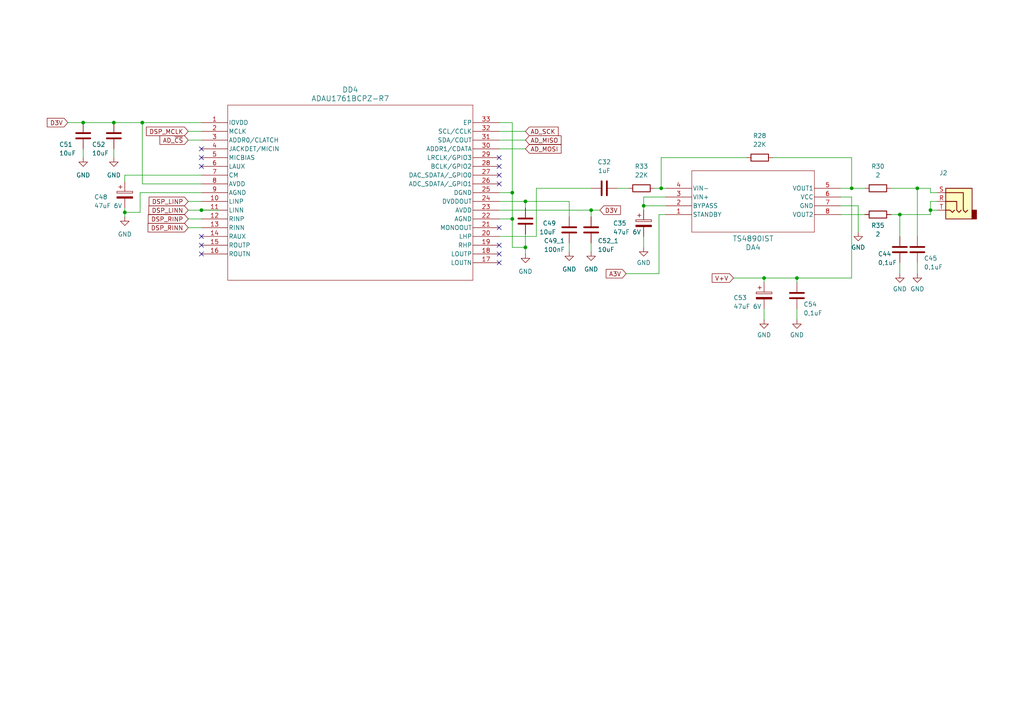
<source format=kicad_sch>
(kicad_sch (version 20230121) (generator eeschema)
  (paper "A4")
  (title_block (title "Belka DSP") (date "2023-11-16") (rev "0.0.2") (company "2ch"))
  (lib_symbols
    (symbol "2023-11-12_15-41-13:TS4890IST" (pin_names (offset 0.254))
      (property "Reference" "U" (at 25.4 10.16 0))
      (property "Value" "TS4890IST" (at 25.4 7.62 0))
      (symbol "TS4890IST_0_1"
        (polyline (pts (xy 7.62 -12.7) (xy 43.18 -12.7)) (stroke (width 0.127)))
        (polyline (pts (xy 7.62 5.08) (xy 7.62 -12.7)) (stroke (width 0.127)))
        (polyline (pts (xy 43.18 -12.7) (xy 43.18 5.08)) (stroke (width 0.127)))
        (polyline (pts (xy 43.18 5.08) (xy 7.62 5.08)) (stroke (width 0.127)))
        (pin output line (at 50.8 -7.62 180) (length 7.62) (name "VOUT1") (number "5"))
        (pin power_in line (at 50.8 -5.08 180) (length 7.62) (name "VCC") (number "6"))
        (pin output line (at 50.8 0 180) (length 7.62) (name "VOUT2") (number "8"))
      )
      (symbol "TS4890IST_1_1"
        (pin input line (at 0 0 0) (length 7.62) (name "STANDBY") (number "1"))
        (pin passive line (at 0 -2.54 0) (length 7.62) (name "BYPASS") (number "2"))
        (pin input line (at 0 -5.08 0) (length 7.62) (name "VIN+") (number "3"))
        (pin input line (at 0 -7.62 0) (length 7.62) (name "VIN-") (number "4"))
        (pin power_in line (at 50.8 -2.54 180) (length 7.62) (name "GND") (number "7"))
      )
    )
    (symbol "2023-11-14_14-36-28:ADAU1761BCPZ-R7" (pin_names (offset 0.254))
      (property "Reference" "U" (at 43.18 10.16 0))
      (property "Value" "ADAU1761BCPZ-R7" (at 43.18 7.62 0))
      (symbol "ADAU1761BCPZ-R7_0_1"
        (polyline (pts (xy 7.62 -45.72) (xy 78.74 -45.72)) (stroke (width 0.127)))
        (polyline (pts (xy 7.62 5.08) (xy 7.62 -45.72)) (stroke (width 0.127)))
        (polyline (pts (xy 78.74 -45.72) (xy 78.74 5.08)) (stroke (width 0.127)))
        (polyline (pts (xy 78.74 5.08) (xy 7.62 5.08)) (stroke (width 0.127)))
        (pin power_in line (at 0 0 0) (length 7.62) (name "IOVDD") (number "1"))
        (pin unspecified line (at 0 -35.56 0) (length 7.62) (name "ROUTP") (number "15"))
        (pin unspecified line (at 0 -38.1 0) (length 7.62) (name "ROUTN") (number "16"))
        (pin unspecified line (at 86.36 -40.64 180) (length 7.62) (name "LOUTN") (number "17"))
        (pin unspecified line (at 86.36 -38.1 180) (length 7.62) (name "LOUTP") (number "18"))
        (pin unspecified line (at 86.36 -30.48 180) (length 7.62) (name "MONOOUT") (number "21"))
        (pin power_in line (at 86.36 -25.4 180) (length 7.62) (name "AVDD") (number "23"))
        (pin unspecified line (at 86.36 -17.78 180) (length 7.62) (name "ADC_SDATA/_GPIO1") (number "26"))
        (pin unspecified line (at 86.36 -15.24 180) (length 7.62) (name "DAC_SDATA/_GPIO0") (number "27"))
        (pin unspecified line (at 86.36 -12.7 180) (length 7.62) (name "BCLK/GPIO2") (number "28"))
        (pin unspecified line (at 86.36 -10.16 180) (length 7.62) (name "LRCLK/GPIO3") (number "29"))
        (pin unspecified line (at 0 -7.62 0) (length 7.62) (name "JACKDET/MICIN") (number "4"))
        (pin unspecified line (at 0 -10.16 0) (length 7.62) (name "MICBIAS") (number "5"))
        (pin unspecified line (at 0 -12.7 0) (length 7.62) (name "LAUX") (number "6"))
        (pin power_in line (at 0 -17.78 0) (length 7.62) (name "AVDD") (number "8"))
      )
      (symbol "ADAU1761BCPZ-R7_1_1"
        (pin input line (at 0 -22.86 0) (length 7.62) (name "LINP") (number "10"))
        (pin input line (at 0 -25.4 0) (length 7.62) (name "LINN") (number "11"))
        (pin input line (at 0 -27.94 0) (length 7.62) (name "RINP") (number "12"))
        (pin input line (at 0 -30.48 0) (length 7.62) (name "RINN") (number "13"))
        (pin input line (at 0 -33.02 0) (length 7.62) (name "RAUX") (number "14"))
        (pin output line (at 86.36 -35.56 180) (length 7.62) (name "RHP") (number "19"))
        (pin input line (at 0 -2.54 0) (length 7.62) (name "MCLK") (number "2"))
        (pin output line (at 86.36 -33.02 180) (length 7.62) (name "LHP") (number "20"))
        (pin power_in line (at 86.36 -27.94 180) (length 7.62) (name "AGND") (number "22"))
        (pin passive line (at 86.36 -22.86 180) (length 7.62) (name "DVDDOUT") (number "24"))
        (pin power_in line (at 86.36 -20.32 180) (length 7.62) (name "DGND") (number "25"))
        (pin input line (at 0 -5.08 0) (length 7.62) (name "ADDR0/CLATCH") (number "3"))
        (pin input line (at 86.36 -7.62 180) (length 7.62) (name "ADDR1/CDATA") (number "30"))
        (pin output line (at 86.36 -5.08 180) (length 7.62) (name "SDA/COUT") (number "31"))
        (pin bidirectional line (at 86.36 -2.54 180) (length 7.62) (name "SCL/CCLK") (number "32"))
        (pin passive line (at 86.36 0 180) (length 7.62) (name "EP") (number "33"))
        (pin output line (at 0 -15.24 0) (length 7.62) (name "CM") (number "7"))
        (pin power_in line (at 0 -20.32 0) (length 7.62) (name "AGND") (number "9"))
      )
    )
    (symbol "Connector_Audio:AudioJack3"
      (property "Reference" "J" (at 0 8.89 0))
      (property "Value" "AudioJack3" (at 0 6.35 0))
      (symbol "AudioJack3_0_1"
        (rectangle (start -5.08 -5.08) (end -6.35 -2.54) (stroke (width 0.254)) (fill (type outline)))
        (polyline (pts (xy 0 -2.54) (xy 0.635 -3.175) (xy 1.27 -2.54) (xy 2.54 -2.54)) (stroke (width 0.254)))
        (polyline (pts (xy -1.905 -2.54) (xy -1.27 -3.175) (xy -0.635 -2.54) (xy -0.635 0) (xy 2.54 0)) (stroke (width 0.254)))
        (polyline (pts (xy 2.54 2.54) (xy -2.54 2.54) (xy -2.54 -2.54) (xy -3.175 -3.175) (xy -3.81 -2.54)) (stroke (width 0.254)))
        (rectangle (start 2.54 3.81) (end -5.08 -5.08) (stroke (width 0.254)) (fill (type background)))
      )
      (symbol "AudioJack3_1_1"
        (pin passive line (at 5.08 0 180) (length 2.54) (name "~") (number "R"))
        (pin passive line (at 5.08 2.54 180) (length 2.54) (name "~") (number "S"))
        (pin passive line (at 5.08 -2.54 180) (length 2.54) (name "~") (number "T"))
      )
    )
    (symbol "Device:C" (pin_numbers hide) (pin_names (offset 0.254))
      (property "Reference" "C" (at 0.635 2.54 0))
      (property "Value" "C" (at 0.635 -2.54 0))
      (symbol "C_0_1"
        (polyline (pts (xy -2.032 -0.762) (xy 2.032 -0.762)) (stroke (width 0.508)))
        (polyline (pts (xy -2.032 0.762) (xy 2.032 0.762)) (stroke (width 0.508)))
      )
      (symbol "C_1_1"
        (pin passive line (at 0 3.81 270) (length 2.794) (name "~") (number "1"))
        (pin passive line (at 0 -3.81 90) (length 2.794) (name "~") (number "2"))
      )
    )
    (symbol "Device:C_Polarized" (pin_numbers hide) (pin_names (offset 0.254))
      (property "Reference" "C" (at 0.635 2.54 0))
      (property "Value" "C_Polarized" (at 0.635 -2.54 0))
      (symbol "C_Polarized_0_1"
        (rectangle (start -2.286 0.508) (end 2.286 1.016))
        (polyline (pts (xy -1.778 2.286) (xy -0.762 2.286)))
        (polyline (pts (xy -1.27 2.794) (xy -1.27 1.778)))
        (rectangle (start 2.286 -0.508) (end -2.286 -1.016) (fill (type outline)))
      )
      (symbol "C_Polarized_1_1"
        (pin passive line (at 0 3.81 270) (length 2.794) (name "~") (number "1"))
        (pin passive line (at 0 -3.81 90) (length 2.794) (name "~") (number "2"))
      )
    )
    (symbol "Device:R" (pin_numbers hide) (pin_names (offset 0))
      (property "Reference" "R" (at 2.032 0 90))
      (property "Value" "R" (at 0 0 90))
      (symbol "R_0_1"
        (rectangle (start -1.016 -2.54) (end 1.016 2.54) (stroke (width 0.254)))
      )
      (symbol "R_1_1"
        (pin passive line (at 0 3.81 270) (length 1.27) (name "~") (number "1"))
        (pin passive line (at 0 -3.81 90) (length 1.27) (name "~") (number "2"))
      )
    )
    (symbol "power:GND" (power) (pin_names (offset 0))
      (property "Value" "GND" (at 0 -3.81 0))
      (symbol "GND_0_1"
        (polyline (pts (xy 0 0) (xy 0 -1.27) (xy 1.27 -1.27) (xy 0 -2.54) (xy -1.27 -1.27) (xy 0 -1.27)))
      )
      (symbol "GND_1_1"
        (pin power_in line (at 0 0 270) (length 0) hide (name "GND") (number "1"))
      )
    )
  )
  (junction (at 221.615 80.645))
  (junction (at 36.195 61.595))
  (junction (at 260.985 62.23))
  (junction (at 152.4 58.42))
  (junction (at 33.02 35.56))
  (junction (at 24.13 35.56))
  (junction (at 266.065 54.61))
  (junction (at 171.45 60.96))
  (junction (at 41.275 35.56))
  (junction (at 58.42 60.96))
  (junction (at 148.59 63.5))
  (junction (at 152.4 71.755))
  (junction (at 186.69 59.69))
  (junction (at 191.77 54.61))
  (junction (at 269.875 60.96))
  (junction (at 148.59 55.88))
  (junction (at 231.14 80.645))
  (junction (at 247.015 54.61))
  (no_connect (at 144.78 50.8))
  (no_connect (at 144.78 76.2))
  (no_connect (at 144.78 66.04))
  (no_connect (at 144.78 71.12))
  (no_connect (at 58.42 73.66))
  (no_connect (at 58.42 48.26))
  (no_connect (at 58.42 45.72))
  (no_connect (at 58.42 71.12))
  (no_connect (at 58.42 68.58))
  (no_connect (at 144.78 48.26))
  (no_connect (at 144.78 53.34))
  (no_connect (at 144.78 45.72))
  (no_connect (at 144.78 73.66))
  (no_connect (at 58.42 43.18))
  (wire (pts (xy 144.78 63.5) (xy 148.59 63.5)))
  (wire (pts (xy 144.78 68.58) (xy 155.575 68.58)))
  (wire (pts (xy 148.59 63.5) (xy 148.59 71.755)))
  (wire (pts (xy 258.445 54.61) (xy 266.065 54.61)))
  (wire (pts (xy 221.615 80.645) (xy 221.615 81.915)))
  (wire (pts (xy 269.875 60.96) (xy 271.78 60.96)))
  (wire (pts (xy 191.77 45.72) (xy 191.77 54.61)))
  (wire (pts (xy 40.64 55.88) (xy 40.64 61.595)))
  (wire (pts (xy 54.61 40.64) (xy 58.42 40.64)))
  (wire (pts (xy 40.64 61.595) (xy 36.195 61.595)))
  (wire (pts (xy 54.61 63.5) (xy 58.42 63.5)))
  (wire (pts (xy 144.78 35.56) (xy 148.59 35.56)))
  (wire (pts (xy 155.575 68.58) (xy 155.575 54.61)))
  (wire (pts (xy 165.1 70.485) (xy 165.1 73.025)))
  (wire (pts (xy 165.1 62.865) (xy 165.1 58.42)))
  (wire (pts (xy 24.13 43.18) (xy 24.13 45.72)))
  (wire (pts (xy 231.14 80.645) (xy 247.015 80.645)))
  (wire (pts (xy 41.275 35.56) (xy 41.275 53.34)))
  (wire (pts (xy 243.84 54.61) (xy 247.015 54.61)))
  (wire (pts (xy 33.02 35.56) (xy 41.275 35.56)))
  (wire (pts (xy 181.61 79.375) (xy 191.135 79.375)))
  (wire (pts (xy 191.135 62.23) (xy 191.135 79.375)))
  (wire (pts (xy 258.445 62.23) (xy 260.985 62.23)))
  (wire (pts (xy 144.78 55.88) (xy 148.59 55.88)))
  (wire (pts (xy 231.14 80.645) (xy 231.14 81.915)))
  (wire (pts (xy 243.84 59.69) (xy 248.92 59.69)))
  (wire (pts (xy 266.065 54.61) (xy 269.875 54.61)))
  (wire (pts (xy 36.195 60.325) (xy 36.195 61.595)))
  (wire (pts (xy 171.45 60.96) (xy 173.99 60.96)))
  (wire (pts (xy 58.42 55.88) (xy 40.64 55.88)))
  (wire (pts (xy 271.78 58.42) (xy 269.875 58.42)))
  (wire (pts (xy 231.14 89.535) (xy 231.14 92.71)))
  (wire (pts (xy 41.275 53.34) (xy 58.42 53.34)))
  (wire (pts (xy 33.02 43.18) (xy 33.02 45.72)))
  (wire (pts (xy 152.4 58.42) (xy 165.1 58.42)))
  (wire (pts (xy 186.69 59.69) (xy 186.69 60.96)))
  (wire (pts (xy 247.015 57.15) (xy 247.015 80.645)))
  (wire (pts (xy 193.04 57.15) (xy 186.69 57.15)))
  (wire (pts (xy 260.985 62.23) (xy 260.985 68.58)))
  (wire (pts (xy 155.575 54.61) (xy 171.45 54.61)))
  (wire (pts (xy 148.59 55.88) (xy 148.59 63.5)))
  (wire (pts (xy 19.685 35.56) (xy 24.13 35.56)))
  (wire (pts (xy 24.13 35.56) (xy 33.02 35.56)))
  (wire (pts (xy 189.865 54.61) (xy 191.77 54.61)))
  (wire (pts (xy 36.195 61.595) (xy 36.195 62.865)))
  (wire (pts (xy 152.4 67.945) (xy 152.4 71.755)))
  (wire (pts (xy 144.78 43.18) (xy 152.4 43.18)))
  (wire (pts (xy 54.61 66.04) (xy 58.42 66.04)))
  (wire (pts (xy 247.015 54.61) (xy 247.015 45.72)))
  (wire (pts (xy 212.725 80.645) (xy 221.615 80.645)))
  (wire (pts (xy 144.78 38.1) (xy 152.4 38.1)))
  (wire (pts (xy 148.59 71.755) (xy 152.4 71.755)))
  (wire (pts (xy 243.84 57.15) (xy 247.015 57.15)))
  (wire (pts (xy 186.69 59.69) (xy 193.04 59.69)))
  (wire (pts (xy 248.92 59.69) (xy 248.92 67.31)))
  (wire (pts (xy 41.275 35.56) (xy 58.42 35.56)))
  (wire (pts (xy 191.77 54.61) (xy 193.04 54.61)))
  (wire (pts (xy 179.07 54.61) (xy 182.245 54.61)))
  (wire (pts (xy 54.61 38.1) (xy 58.42 38.1)))
  (wire (pts (xy 260.985 76.2) (xy 260.985 79.375)))
  (wire (pts (xy 144.78 40.64) (xy 152.4 40.64)))
  (wire (pts (xy 216.535 45.72) (xy 191.77 45.72)))
  (wire (pts (xy 260.985 62.23) (xy 269.875 62.23)))
  (wire (pts (xy 144.78 58.42) (xy 152.4 58.42)))
  (wire (pts (xy 63.5 60.96) (xy 58.42 60.96)))
  (wire (pts (xy 266.065 54.61) (xy 266.065 68.58)))
  (wire (pts (xy 36.195 50.8) (xy 36.195 52.705)))
  (wire (pts (xy 243.84 62.23) (xy 250.825 62.23)))
  (wire (pts (xy 221.615 80.645) (xy 231.14 80.645)))
  (wire (pts (xy 221.615 89.535) (xy 221.615 92.71)))
  (wire (pts (xy 266.065 76.2) (xy 266.065 79.375)))
  (wire (pts (xy 247.015 54.61) (xy 250.825 54.61)))
  (wire (pts (xy 144.78 60.96) (xy 171.45 60.96)))
  (wire (pts (xy 247.015 45.72) (xy 224.155 45.72)))
  (wire (pts (xy 269.875 55.88) (xy 271.78 55.88)))
  (wire (pts (xy 58.42 50.8) (xy 36.195 50.8)))
  (wire (pts (xy 269.875 54.61) (xy 269.875 55.88)))
  (wire (pts (xy 152.4 58.42) (xy 152.4 60.325)))
  (wire (pts (xy 54.61 58.42) (xy 58.42 58.42)))
  (wire (pts (xy 148.59 35.56) (xy 148.59 55.88)))
  (wire (pts (xy 171.45 62.865) (xy 171.45 60.96)))
  (wire (pts (xy 269.875 60.96) (xy 269.875 62.23)))
  (wire (pts (xy 152.4 71.755) (xy 152.4 73.66)))
  (wire (pts (xy 269.875 58.42) (xy 269.875 60.96)))
  (wire (pts (xy 186.69 57.15) (xy 186.69 59.69)))
  (wire (pts (xy 171.45 70.485) (xy 171.45 73.025)))
  (wire (pts (xy 186.69 68.58) (xy 186.69 71.755)))
  (wire (pts (xy 191.135 62.23) (xy 193.04 62.23)))
  (wire (pts (xy 54.61 60.96) (xy 58.42 60.96)))
  (global_label "DSP_LINN" (shape input) (at 54.61 60.96 180) (property "Intersheetrefs" "${INTERSHEET_REFS}" (effects hide)))
  (global_label "V+V" (shape input) (at 212.725 80.645 180) (property "Intersheetrefs" "${INTERSHEET_REFS}" (effects hide)))
  (global_label "DSP_LINP" (shape input) (at 54.61 58.42 180) (property "Intersheetrefs" "${INTERSHEET_REFS}" (effects hide)))
  (global_label "A3V" (shape input) (at 181.61 79.375 180) (property "Intersheetrefs" "${INTERSHEET_REFS}" (effects hide)))
  (global_label "AD_MOSI" (shape input) (at 152.4 43.18 0) (property "Intersheetrefs" "${INTERSHEET_REFS}" (effects hide)))
  (global_label "DSP_MCLK" (shape input) (at 54.61 38.1 180) (property "Intersheetrefs" "${INTERSHEET_REFS}" (effects hide)))
  (global_label "AD_~{CS}" (shape input) (at 54.61 40.64 180) (property "Intersheetrefs" "${INTERSHEET_REFS}" (effects hide)))
  (global_label "DSP_RINN" (shape input) (at 54.61 66.04 180) (property "Intersheetrefs" "${INTERSHEET_REFS}" (effects hide)))
  (global_label "D3V" (shape input) (at 19.685 35.56 180) (property "Intersheetrefs" "${INTERSHEET_REFS}" (effects hide)))
  (global_label "AD_SCK" (shape input) (at 152.4 38.1 0) (property "Intersheetrefs" "${INTERSHEET_REFS}" (effects hide)))
  (global_label "DSP_RINP" (shape input) (at 54.61 63.5 180) (property "Intersheetrefs" "${INTERSHEET_REFS}" (effects hide)))
  (global_label "D3V" (shape input) (at 173.99 60.96 0) (property "Intersheetrefs" "${INTERSHEET_REFS}" (effects hide)))
  (global_label "AD_MISO" (shape input) (at 152.4 40.64 0) (property "Intersheetrefs" "${INTERSHEET_REFS}" (effects hide)))
  (symbol (lib_id "Device:R") (at 254.635 62.23 90) (unit 1)
    (property "Reference" "R35" (at 254.635 65.405 90))
    (property "Value" "2" (at 254.635 67.945 90))
    (property "Footprint" "Resistor_SMD:R_0805_2012Metric_Pad1.20x1.40mm_HandSolder" (effects hide))
  )
  (symbol (lib_id "Device:C") (at 152.4 64.135 0) (mirror y) (unit 1)
    (property "Reference" "C49" (at 161.29 64.77 0) (effects (justify left)))
    (property "Value" "10uF" (at 161.29 67.31 0) (effects (justify left)))
    (property "Footprint" "Capacitor_SMD:C_0603_1608Metric_Pad1.08x0.95mm_HandSolder" (effects hide))
  )
  (symbol (lib_id "power:GND") (at 266.065 79.375 0) (unit 1)
    (property "Reference" "#PWR070" (effects hide))
    (property "Value" "GND" (at 266.065 83.82 0))
  )
  (symbol (lib_id "power:GND") (at 248.92 67.31 0) (unit 1)
    (property "Reference" "#PWR066" (effects hide))
    (property "Value" "GND" (at 248.92 71.755 0))
  )
  (symbol (lib_id "Device:C") (at 260.985 72.39 0) (unit 1)
    (property "Reference" "C44" (at 254.635 73.66 0) (effects (justify left)))
    (property "Value" "0,1uF" (at 254.635 76.2 0) (effects (justify left)))
    (property "Footprint" "Capacitor_SMD:C_0603_1608Metric_Pad1.08x0.95mm_HandSolder" (effects hide))
  )
  (symbol (lib_id "power:GND") (at 24.13 45.72 0) (unit 1)
    (property "Reference" "#PWR063" (effects hide))
    (property "Value" "GND" (at 24.13 50.8 0))
  )
  (symbol (lib_id "Device:C") (at 171.45 66.675 0) (unit 1)
    (property "Reference" "C52_1" (at 173.355 69.85 0) (effects (justify left)))
    (property "Value" "10uF" (at 173.355 72.39 0) (effects (justify left)))
    (property "Footprint" "Capacitor_SMD:C_0603_1608Metric_Pad1.08x0.95mm_HandSolder" (effects hide))
  )
  (symbol (lib_id "Device:R") (at 186.055 54.61 90) (unit 1)
    (property "Reference" "R33" (at 186.055 48.26 90))
    (property "Value" "22K" (at 186.055 50.8 90))
    (property "Footprint" "Resistor_SMD:R_0603_1608Metric_Pad0.98x0.95mm_HandSolder" (effects hide))
  )
  (symbol (lib_id "Device:C_Polarized") (at 221.615 85.725 0) (unit 1)
    (property "Reference" "C53" (at 212.725 86.36 0) (effects (justify left)))
    (property "Value" "47uF 6V" (at 212.725 88.9 0) (effects (justify left)))
    (property "Footprint" "Capacitor_SMD:C_1210_3225Metric_Pad1.33x2.70mm_HandSolder" (effects hide))
  )
  (symbol (lib_id "power:GND") (at 171.45 73.025 0) (unit 1)
    (property "Reference" "#PWR064" (effects hide))
    (property "Value" "GND" (at 171.45 78.105 0))
  )
  (symbol (lib_id "power:GND") (at 231.14 92.71 0) (unit 1)
    (property "Reference" "#PWR068" (effects hide))
    (property "Value" "GND" (at 231.14 97.155 0))
  )
  (symbol (lib_id "Device:C") (at 266.065 72.39 0) (unit 1)
    (property "Reference" "C45" (at 267.97 74.93 0) (effects (justify left)))
    (property "Value" "0,1uF" (at 267.97 77.47 0) (effects (justify left)))
    (property "Footprint" "Capacitor_SMD:C_0603_1608Metric_Pad1.08x0.95mm_HandSolder" (effects hide))
  )
  (symbol (lib_id "power:GND") (at 221.615 92.71 0) (unit 1)
    (property "Reference" "#PWR067" (effects hide))
    (property "Value" "GND" (at 221.615 97.155 0))
  )
  (symbol (lib_id "Device:R") (at 220.345 45.72 90) (unit 1)
    (property "Reference" "R28" (at 220.345 39.37 90))
    (property "Value" "22K" (at 220.345 41.91 90))
    (property "Footprint" "Resistor_SMD:R_0603_1608Metric_Pad0.98x0.95mm_HandSolder" (effects hide))
  )
  (symbol (lib_id "power:GND") (at 165.1 73.025 0) (unit 1)
    (property "Reference" "#PWR071" (effects hide))
    (property "Value" "GND" (at 165.1 78.105 0))
  )
  (symbol (lib_id "Device:C") (at 165.1 66.675 0) (mirror y) (unit 1)
    (property "Reference" "C49_1" (at 163.83 69.85 0) (effects (justify left)))
    (property "Value" "100nF" (at 163.83 72.39 0) (effects (justify left)))
    (property "Footprint" "Capacitor_SMD:C_0603_1608Metric_Pad1.08x0.95mm_HandSolder" (effects hide))
  )
  (symbol (lib_id "power:GND") (at 152.4 73.66 0) (mirror y) (unit 1)
    (property "Reference" "#PWR061" (effects hide))
    (property "Value" "GND" (at 152.4 78.74 0))
  )
  (symbol (lib_id "Connector_Audio:AudioJack3") (at 276.86 58.42 0) (mirror y) (unit 1)
    (property "Reference" "J2" (at 272.415 50.165 0) (effects (justify right)))
    (property "Value" "AudioJack3" (effects hide))
    (property "Footprint" "Connector_Audio:Jack_3.5mm_CUI_SJ-3523-SMT_Horizontal" (effects hide))
  )
  (symbol (lib_id "2023-11-12_15-41-13:TS4890IST") (at 193.04 62.23 0) (mirror x) (unit 1)
    (property "Reference" "DA4" (at 218.44 71.755 0) (effects (font (size 1.524 1.524))))
    (property "Value" "TS4890IST" (at 218.44 69.215 0) (effects (font (size 1.524 1.524))))
    (property "Footprint" "TS4890IST:MINISO8_3P1X3P2X0P65_STM" (effects hide))
    (property "Datasheet" "TS4890IST" (effects hide))
  )
  (symbol (lib_id "Device:C") (at 231.14 85.725 0) (unit 1)
    (property "Reference" "C54" (at 233.045 88.265 0) (effects (justify left)))
    (property "Value" "0,1uF" (at 233.045 90.805 0) (effects (justify left)))
    (property "Footprint" "Capacitor_SMD:C_0603_1608Metric_Pad1.08x0.95mm_HandSolder" (effects hide))
  )
  (symbol (lib_id "Device:R") (at 254.635 54.61 90) (unit 1)
    (property "Reference" "R30" (at 254.635 48.26 90))
    (property "Value" "2" (at 254.635 50.8 90))
    (property "Footprint" "Resistor_SMD:R_0805_2012Metric_Pad1.20x1.40mm_HandSolder" (effects hide))
  )
  (symbol (lib_id "Device:C_Polarized") (at 36.195 56.515 0) (unit 1)
    (property "Reference" "C48" (at 27.305 57.15 0) (effects (justify left)))
    (property "Value" "47uF 6V" (at 27.305 59.69 0) (effects (justify left)))
    (property "Footprint" "Capacitor_SMD:C_1210_3225Metric_Pad1.33x2.70mm_HandSolder" (effects hide))
  )
  (symbol (lib_id "power:GND") (at 186.69 71.755 0) (unit 1)
    (property "Reference" "#PWR065" (effects hide))
    (property "Value" "GND" (at 186.69 76.2 0))
  )
  (symbol (lib_id "Device:C") (at 33.02 39.37 0) (unit 1)
    (property "Reference" "C52" (at 26.67 41.91 0) (effects (justify left)))
    (property "Value" "10uF" (at 26.67 44.45 0) (effects (justify left)))
    (property "Footprint" "Capacitor_SMD:C_0603_1608Metric_Pad1.08x0.95mm_HandSolder" (effects hide))
  )
  (symbol (lib_id "power:GND") (at 260.985 79.375 0) (unit 1)
    (property "Reference" "#PWR069" (effects hide))
    (property "Value" "GND" (at 260.985 83.82 0))
  )
  (symbol (lib_id "power:GND") (at 33.02 45.72 0) (unit 1)
    (property "Reference" "#PWR062" (effects hide))
    (property "Value" "GND" (at 33.02 50.8 0))
  )
  (symbol (lib_id "Device:C") (at 24.13 39.37 0) (unit 1)
    (property "Reference" "C51" (at 17.145 41.91 0) (effects (justify left)))
    (property "Value" "10uF" (at 17.145 44.45 0) (effects (justify left)))
    (property "Footprint" "Capacitor_SMD:C_0603_1608Metric_Pad1.08x0.95mm_HandSolder" (effects hide))
  )
  (symbol (lib_id "Device:C") (at 175.26 54.61 90) (unit 1)
    (property "Reference" "C32" (at 175.26 46.99 90))
    (property "Value" "1uF" (at 175.26 49.53 90))
    (property "Footprint" "Capacitor_SMD:C_0603_1608Metric_Pad1.08x0.95mm_HandSolder" (effects hide))
  )
  (symbol (lib_id "2023-11-14_14-36-28:ADAU1761BCPZ-R7") (at 58.42 35.56 0) (unit 1)
    (property "Reference" "DD4" (at 101.6 26.035 0) (effects (font (size 1.524 1.524))))
    (property "Value" "ADAU1761BCPZ-R7" (at 101.6 28.575 0) (effects (font (size 1.524 1.524))))
    (property "Footprint" "ADAU1761BCPZ:CP-32-4_ADI" (effects hide))
    (property "Datasheet" "ADAU1761BCPZ-R7" (effects hide))
  )
  (symbol (lib_id "Device:C_Polarized") (at 186.69 64.77 0) (unit 1)
    (property "Reference" "C35" (at 177.8 64.77 0) (effects (justify left)))
    (property "Value" "47uF 6V" (at 177.8 67.31 0) (effects (justify left)))
    (property "Footprint" "Capacitor_SMD:C_1210_3225Metric_Pad1.33x2.70mm_HandSolder" (effects hide))
  )
  (symbol (lib_id "power:GND") (at 36.195 62.865 0) (unit 1)
    (property "Reference" "#PWR060" (effects hide))
    (property "Value" "GND" (at 36.195 67.945 0))
  )
)
</source>
